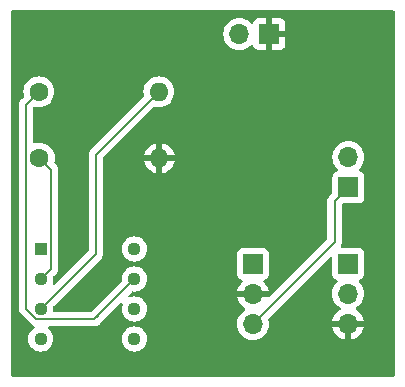
<source format=gbr>
%TF.GenerationSoftware,KiCad,Pcbnew,8.0.8*%
%TF.CreationDate,2025-02-27T22:52:23-05:00*%
%TF.ProjectId,CurrentDriverBoard,43757272-656e-4744-9472-69766572426f,rev?*%
%TF.SameCoordinates,Original*%
%TF.FileFunction,Copper,L2,Bot*%
%TF.FilePolarity,Positive*%
%FSLAX46Y46*%
G04 Gerber Fmt 4.6, Leading zero omitted, Abs format (unit mm)*
G04 Created by KiCad (PCBNEW 8.0.8) date 2025-02-27 22:52:23*
%MOMM*%
%LPD*%
G01*
G04 APERTURE LIST*
%TA.AperFunction,ComponentPad*%
%ADD10R,1.700000X1.700000*%
%TD*%
%TA.AperFunction,ComponentPad*%
%ADD11O,1.700000X1.700000*%
%TD*%
%TA.AperFunction,ComponentPad*%
%ADD12C,1.600000*%
%TD*%
%TA.AperFunction,ComponentPad*%
%ADD13O,1.600000X1.600000*%
%TD*%
%TA.AperFunction,ComponentPad*%
%ADD14R,1.130000X1.130000*%
%TD*%
%TA.AperFunction,ComponentPad*%
%ADD15C,1.130000*%
%TD*%
%TA.AperFunction,Conductor*%
%ADD16C,0.200000*%
%TD*%
G04 APERTURE END LIST*
D10*
%TO.P,J1,1,Pin_1*%
%TO.N,Net-(J1-Pin_1)*%
X156000000Y-84960000D03*
D11*
%TO.P,J1,2,Pin_2*%
%TO.N,Earth*%
X156000000Y-87500000D03*
%TO.P,J1,3,Pin_3*%
%TO.N,Net-(J1-Pin_3)*%
X156000000Y-90040000D03*
%TD*%
D12*
%TO.P,R1,1*%
%TO.N,Net-(J2-Pin_1)*%
X137871200Y-70383400D03*
D13*
%TO.P,R1,2*%
%TO.N,Net-(J3-Pin_2)*%
X148031200Y-70383400D03*
%TD*%
D12*
%TO.P,R2,1*%
%TO.N,Net-(J4-Pin_2)*%
X137920000Y-76000000D03*
D13*
%TO.P,R2,2*%
%TO.N,Earth*%
X148080000Y-76000000D03*
%TD*%
D10*
%TO.P,J4,1,Pin_1*%
%TO.N,Net-(J1-Pin_3)*%
X164084000Y-78465600D03*
D11*
%TO.P,J4,2,Pin_2*%
%TO.N,Net-(J4-Pin_2)*%
X164084000Y-75925600D03*
%TD*%
D10*
%TO.P,J2,1,Pin_1*%
%TO.N,Net-(J2-Pin_1)*%
X164058600Y-84937600D03*
D11*
%TO.P,J2,2,Pin_2*%
%TO.N,unconnected-(J2-Pin_2-Pad2)*%
X164058600Y-87477600D03*
%TO.P,J2,3,Pin_3*%
%TO.N,Earth*%
X164058600Y-90017600D03*
%TD*%
D10*
%TO.P,J3,1,Pin_1*%
%TO.N,Earth*%
X157383400Y-65506600D03*
D11*
%TO.P,J3,2,Pin_2*%
%TO.N,Net-(J3-Pin_2)*%
X154843400Y-65506600D03*
%TD*%
D14*
%TO.P,U1,1,NULL*%
%TO.N,unconnected-(U1-NULL-Pad1)*%
X138030000Y-83690000D03*
D15*
%TO.P,U1,2,-*%
%TO.N,Net-(J4-Pin_2)*%
X138030000Y-86230000D03*
%TO.P,U1,3,+*%
%TO.N,Net-(J3-Pin_2)*%
X138030000Y-88770000D03*
%TO.P,U1,4,V-*%
%TO.N,unconnected-(U1-V--Pad4)*%
X138030000Y-91310000D03*
%TO.P,U1,5,NULL*%
%TO.N,unconnected-(U1-NULL-Pad5)*%
X145970000Y-91310000D03*
%TO.P,U1,6*%
%TO.N,Net-(J1-Pin_1)*%
X145970000Y-88770000D03*
%TO.P,U1,7,V+*%
%TO.N,Net-(J2-Pin_1)*%
X145970000Y-86230000D03*
%TO.P,U1,8,NC*%
%TO.N,unconnected-(U1-NC-Pad8)*%
X145970000Y-83690000D03*
%TD*%
D16*
%TO.N,Net-(J1-Pin_3)*%
X164084000Y-78465600D02*
X162908600Y-79641000D01*
X162908600Y-79641000D02*
X162908600Y-83131400D01*
X162908600Y-83131400D02*
X156000000Y-90040000D01*
%TO.N,Net-(J2-Pin_1)*%
X136784900Y-71469700D02*
X136784900Y-88748195D01*
X137671705Y-89635000D02*
X142565000Y-89635000D01*
X137871200Y-70383400D02*
X136784900Y-71469700D01*
X142565000Y-89635000D02*
X145970000Y-86230000D01*
X142565000Y-89635000D02*
X142858900Y-89341100D01*
X136784900Y-88748195D02*
X137671705Y-89635000D01*
%TO.N,Net-(J4-Pin_2)*%
X137920000Y-76000000D02*
X138904700Y-76984700D01*
X138904700Y-85355300D02*
X138030000Y-86230000D01*
X138904700Y-76984700D02*
X138904700Y-85355300D01*
%TO.N,Net-(J3-Pin_2)*%
X142697200Y-84102800D02*
X142697200Y-75717400D01*
X138030000Y-88770000D02*
X142697200Y-84102800D01*
X142697200Y-75717400D02*
X148031200Y-70383400D01*
%TD*%
%TA.AperFunction,Conductor*%
%TO.N,Earth*%
G36*
X167942539Y-63520185D02*
G01*
X167988294Y-63572989D01*
X167999500Y-63624500D01*
X167999500Y-94375500D01*
X167979815Y-94442539D01*
X167927011Y-94488294D01*
X167875500Y-94499500D01*
X135624500Y-94499500D01*
X135557461Y-94479815D01*
X135511706Y-94427011D01*
X135500500Y-94375500D01*
X135500500Y-88827249D01*
X136184398Y-88827249D01*
X136225323Y-88979981D01*
X136225324Y-88979982D01*
X136249847Y-89022457D01*
X136304380Y-89116911D01*
X136304382Y-89116913D01*
X136423249Y-89235780D01*
X136423254Y-89235784D01*
X137302989Y-90115520D01*
X137439921Y-90194577D01*
X137439923Y-90194577D01*
X137446953Y-90198636D01*
X137495169Y-90249203D01*
X137508393Y-90317810D01*
X137482425Y-90382675D01*
X137443410Y-90415381D01*
X137435178Y-90419781D01*
X137435174Y-90419783D01*
X137272932Y-90552932D01*
X137139783Y-90715174D01*
X137139779Y-90715181D01*
X137040844Y-90900276D01*
X136979917Y-91101123D01*
X136959345Y-91310000D01*
X136979917Y-91518876D01*
X137040844Y-91719723D01*
X137139779Y-91904818D01*
X137139783Y-91904825D01*
X137272932Y-92067067D01*
X137435174Y-92200216D01*
X137435181Y-92200220D01*
X137620276Y-92299155D01*
X137620278Y-92299156D01*
X137821126Y-92360083D01*
X138030000Y-92380655D01*
X138238874Y-92360083D01*
X138439722Y-92299156D01*
X138624824Y-92200217D01*
X138787067Y-92067067D01*
X138920217Y-91904824D01*
X139019156Y-91719722D01*
X139080083Y-91518874D01*
X139100655Y-91310000D01*
X144899345Y-91310000D01*
X144919917Y-91518876D01*
X144980844Y-91719723D01*
X145079779Y-91904818D01*
X145079783Y-91904825D01*
X145212932Y-92067067D01*
X145375174Y-92200216D01*
X145375181Y-92200220D01*
X145560276Y-92299155D01*
X145560278Y-92299156D01*
X145761126Y-92360083D01*
X145970000Y-92380655D01*
X146178874Y-92360083D01*
X146379722Y-92299156D01*
X146564824Y-92200217D01*
X146727067Y-92067067D01*
X146860217Y-91904824D01*
X146959156Y-91719722D01*
X147020083Y-91518874D01*
X147040655Y-91310000D01*
X147020083Y-91101126D01*
X146959156Y-90900278D01*
X146860217Y-90715176D01*
X146860216Y-90715174D01*
X146727067Y-90552932D01*
X146564825Y-90419783D01*
X146564818Y-90419779D01*
X146379723Y-90320844D01*
X146178876Y-90259917D01*
X145970000Y-90239345D01*
X145761123Y-90259917D01*
X145560276Y-90320844D01*
X145375181Y-90419779D01*
X145375174Y-90419783D01*
X145212932Y-90552932D01*
X145079783Y-90715174D01*
X145079779Y-90715181D01*
X144980844Y-90900276D01*
X144919917Y-91101123D01*
X144899345Y-91310000D01*
X139100655Y-91310000D01*
X139080083Y-91101126D01*
X139019156Y-90900278D01*
X138920217Y-90715176D01*
X138920216Y-90715174D01*
X138787067Y-90552932D01*
X138668167Y-90455353D01*
X138628833Y-90397607D01*
X138626962Y-90327762D01*
X138663150Y-90267994D01*
X138725906Y-90237279D01*
X138746832Y-90235500D01*
X142478331Y-90235500D01*
X142478347Y-90235501D01*
X142485943Y-90235501D01*
X142644054Y-90235501D01*
X142644057Y-90235501D01*
X142796785Y-90194577D01*
X142846904Y-90165639D01*
X142933716Y-90115520D01*
X143009237Y-90039999D01*
X154644341Y-90039999D01*
X154644341Y-90040000D01*
X154664936Y-90275403D01*
X154664938Y-90275413D01*
X154726094Y-90503655D01*
X154726096Y-90503659D01*
X154726097Y-90503663D01*
X154732596Y-90517600D01*
X154825965Y-90717830D01*
X154825967Y-90717834D01*
X154934281Y-90872521D01*
X154961505Y-90911401D01*
X155128599Y-91078495D01*
X155225384Y-91146265D01*
X155322165Y-91214032D01*
X155322167Y-91214033D01*
X155322170Y-91214035D01*
X155536337Y-91313903D01*
X155764592Y-91375063D01*
X155952918Y-91391539D01*
X155999999Y-91395659D01*
X156000000Y-91395659D01*
X156000001Y-91395659D01*
X156039234Y-91392226D01*
X156235408Y-91375063D01*
X156463663Y-91313903D01*
X156677830Y-91214035D01*
X156871401Y-91078495D01*
X157038495Y-90911401D01*
X157174035Y-90717830D01*
X157273903Y-90503663D01*
X157335063Y-90275408D01*
X157355659Y-90040000D01*
X157352484Y-90003716D01*
X157335063Y-89804596D01*
X157335063Y-89804592D01*
X157300671Y-89676239D01*
X157302334Y-89606393D01*
X157332763Y-89556470D01*
X162496421Y-84392812D01*
X162557742Y-84359329D01*
X162627434Y-84364313D01*
X162683367Y-84406185D01*
X162707784Y-84471649D01*
X162708100Y-84480495D01*
X162708100Y-85835470D01*
X162708101Y-85835476D01*
X162714508Y-85895083D01*
X162764802Y-86029928D01*
X162764806Y-86029935D01*
X162851052Y-86145144D01*
X162851055Y-86145147D01*
X162966264Y-86231393D01*
X162966271Y-86231397D01*
X163097681Y-86280410D01*
X163153615Y-86322281D01*
X163178032Y-86387745D01*
X163163180Y-86456018D01*
X163142030Y-86484273D01*
X163020103Y-86606200D01*
X162884565Y-86799769D01*
X162884564Y-86799771D01*
X162784698Y-87013935D01*
X162784694Y-87013944D01*
X162723538Y-87242186D01*
X162723536Y-87242196D01*
X162702941Y-87477599D01*
X162702941Y-87477600D01*
X162723536Y-87713003D01*
X162723538Y-87713013D01*
X162784694Y-87941255D01*
X162784696Y-87941259D01*
X162784697Y-87941263D01*
X162884565Y-88155430D01*
X162884567Y-88155434D01*
X163020101Y-88348995D01*
X163020106Y-88349002D01*
X163187197Y-88516093D01*
X163187203Y-88516098D01*
X163373194Y-88646330D01*
X163416819Y-88700907D01*
X163424013Y-88770405D01*
X163392490Y-88832760D01*
X163373195Y-88849480D01*
X163187522Y-88979490D01*
X163187520Y-88979491D01*
X163020491Y-89146520D01*
X163020486Y-89146526D01*
X162885000Y-89340020D01*
X162884999Y-89340022D01*
X162785170Y-89554107D01*
X162785167Y-89554113D01*
X162727964Y-89767599D01*
X162727964Y-89767600D01*
X163625588Y-89767600D01*
X163592675Y-89824607D01*
X163558600Y-89951774D01*
X163558600Y-90083426D01*
X163592675Y-90210593D01*
X163625588Y-90267600D01*
X162727964Y-90267600D01*
X162785167Y-90481086D01*
X162785170Y-90481092D01*
X162884999Y-90695178D01*
X163020494Y-90888682D01*
X163187517Y-91055705D01*
X163381021Y-91191200D01*
X163595107Y-91291029D01*
X163595116Y-91291033D01*
X163808600Y-91348234D01*
X163808600Y-90450612D01*
X163865607Y-90483525D01*
X163992774Y-90517600D01*
X164124426Y-90517600D01*
X164251593Y-90483525D01*
X164308600Y-90450612D01*
X164308600Y-91348233D01*
X164522083Y-91291033D01*
X164522092Y-91291029D01*
X164736178Y-91191200D01*
X164929682Y-91055705D01*
X165096705Y-90888682D01*
X165232200Y-90695178D01*
X165332029Y-90481092D01*
X165332032Y-90481086D01*
X165389236Y-90267600D01*
X164491612Y-90267600D01*
X164524525Y-90210593D01*
X164558600Y-90083426D01*
X164558600Y-89951774D01*
X164524525Y-89824607D01*
X164491612Y-89767600D01*
X165389236Y-89767600D01*
X165389235Y-89767599D01*
X165332032Y-89554113D01*
X165332029Y-89554107D01*
X165232200Y-89340022D01*
X165232199Y-89340020D01*
X165096713Y-89146526D01*
X165096708Y-89146520D01*
X164929678Y-88979490D01*
X164744005Y-88849479D01*
X164700380Y-88794902D01*
X164693188Y-88725404D01*
X164724710Y-88663049D01*
X164744006Y-88646330D01*
X164898567Y-88538105D01*
X164930001Y-88516095D01*
X165097095Y-88349001D01*
X165232635Y-88155430D01*
X165332503Y-87941263D01*
X165393663Y-87713008D01*
X165414259Y-87477600D01*
X165393663Y-87242192D01*
X165332503Y-87013937D01*
X165232635Y-86799771D01*
X165192286Y-86742147D01*
X165097096Y-86606200D01*
X165075881Y-86584985D01*
X164975167Y-86484271D01*
X164941684Y-86422951D01*
X164946668Y-86353259D01*
X164988539Y-86297325D01*
X165019515Y-86280410D01*
X165150931Y-86231396D01*
X165266146Y-86145146D01*
X165352396Y-86029931D01*
X165402691Y-85895083D01*
X165409100Y-85835473D01*
X165409099Y-84039728D01*
X165402691Y-83980117D01*
X165372389Y-83898874D01*
X165352397Y-83845271D01*
X165352393Y-83845264D01*
X165266147Y-83730055D01*
X165266144Y-83730052D01*
X165150935Y-83643806D01*
X165150928Y-83643802D01*
X165016082Y-83593508D01*
X165016083Y-83593508D01*
X164956483Y-83587101D01*
X164956481Y-83587100D01*
X164956473Y-83587100D01*
X164956465Y-83587100D01*
X163553672Y-83587100D01*
X163486633Y-83567415D01*
X163440878Y-83514611D01*
X163430934Y-83445453D01*
X163446285Y-83401100D01*
X163468177Y-83363185D01*
X163509101Y-83210457D01*
X163509101Y-83052343D01*
X163509101Y-83044748D01*
X163509100Y-83044730D01*
X163509100Y-79941097D01*
X163528785Y-79874058D01*
X163545419Y-79853416D01*
X163546417Y-79852418D01*
X163607740Y-79818933D01*
X163634098Y-79816099D01*
X164981871Y-79816099D01*
X164981872Y-79816099D01*
X165041483Y-79809691D01*
X165176331Y-79759396D01*
X165291546Y-79673146D01*
X165377796Y-79557931D01*
X165428091Y-79423083D01*
X165434500Y-79363473D01*
X165434499Y-77567728D01*
X165428091Y-77508117D01*
X165377796Y-77373269D01*
X165377795Y-77373268D01*
X165377793Y-77373264D01*
X165291547Y-77258055D01*
X165291544Y-77258052D01*
X165176335Y-77171806D01*
X165176328Y-77171802D01*
X165044917Y-77122789D01*
X164988983Y-77080918D01*
X164964566Y-77015453D01*
X164979418Y-76947180D01*
X165000563Y-76918932D01*
X165122495Y-76797001D01*
X165258035Y-76603430D01*
X165357903Y-76389263D01*
X165419063Y-76161008D01*
X165439659Y-75925600D01*
X165419063Y-75690192D01*
X165357903Y-75461937D01*
X165258035Y-75247771D01*
X165197181Y-75160861D01*
X165122494Y-75054197D01*
X164955402Y-74887106D01*
X164955395Y-74887101D01*
X164761834Y-74751567D01*
X164761830Y-74751565D01*
X164761828Y-74751564D01*
X164547663Y-74651697D01*
X164547659Y-74651696D01*
X164547655Y-74651694D01*
X164319413Y-74590538D01*
X164319403Y-74590536D01*
X164084001Y-74569941D01*
X164083999Y-74569941D01*
X163848596Y-74590536D01*
X163848586Y-74590538D01*
X163620344Y-74651694D01*
X163620335Y-74651698D01*
X163406171Y-74751564D01*
X163406169Y-74751565D01*
X163212597Y-74887105D01*
X163045505Y-75054197D01*
X162909965Y-75247769D01*
X162909964Y-75247771D01*
X162810098Y-75461935D01*
X162810094Y-75461944D01*
X162748938Y-75690186D01*
X162748936Y-75690196D01*
X162728341Y-75925599D01*
X162728341Y-75925600D01*
X162748936Y-76161003D01*
X162748938Y-76161013D01*
X162810094Y-76389255D01*
X162810096Y-76389259D01*
X162810097Y-76389263D01*
X162863683Y-76504178D01*
X162909965Y-76603430D01*
X162909967Y-76603434D01*
X162944488Y-76652734D01*
X163045501Y-76796996D01*
X163045506Y-76797002D01*
X163167430Y-76918926D01*
X163200915Y-76980249D01*
X163195931Y-77049941D01*
X163154059Y-77105874D01*
X163123083Y-77122789D01*
X162991669Y-77171803D01*
X162991664Y-77171806D01*
X162876455Y-77258052D01*
X162876452Y-77258055D01*
X162790206Y-77373264D01*
X162790202Y-77373271D01*
X162739908Y-77508117D01*
X162733501Y-77567716D01*
X162733501Y-77567723D01*
X162733500Y-77567735D01*
X162733500Y-78915501D01*
X162713815Y-78982540D01*
X162697185Y-79003177D01*
X162539886Y-79160478D01*
X162428081Y-79272282D01*
X162428079Y-79272285D01*
X162377961Y-79359094D01*
X162377959Y-79359096D01*
X162349025Y-79409209D01*
X162349024Y-79409210D01*
X162349023Y-79409215D01*
X162308099Y-79561943D01*
X162308099Y-79561945D01*
X162308099Y-79730046D01*
X162308100Y-79730059D01*
X162308100Y-82831302D01*
X162288415Y-82898341D01*
X162271781Y-82918983D01*
X157477082Y-87713681D01*
X157415759Y-87747166D01*
X157389401Y-87750000D01*
X156433012Y-87750000D01*
X156465925Y-87692993D01*
X156500000Y-87565826D01*
X156500000Y-87434174D01*
X156465925Y-87307007D01*
X156433012Y-87250000D01*
X157330636Y-87250000D01*
X157330635Y-87249999D01*
X157273432Y-87036513D01*
X157273429Y-87036507D01*
X157173600Y-86822422D01*
X157173599Y-86822420D01*
X157038113Y-86628926D01*
X157038108Y-86628920D01*
X156916053Y-86506865D01*
X156882568Y-86445542D01*
X156887552Y-86375850D01*
X156929424Y-86319917D01*
X156960400Y-86303002D01*
X157092331Y-86253796D01*
X157207546Y-86167546D01*
X157293796Y-86052331D01*
X157344091Y-85917483D01*
X157350500Y-85857873D01*
X157350499Y-84062128D01*
X157344091Y-84002517D01*
X157335736Y-83980117D01*
X157293797Y-83867671D01*
X157293793Y-83867664D01*
X157207547Y-83752455D01*
X157207544Y-83752452D01*
X157092335Y-83666206D01*
X157092328Y-83666202D01*
X156957482Y-83615908D01*
X156957483Y-83615908D01*
X156897883Y-83609501D01*
X156897881Y-83609500D01*
X156897873Y-83609500D01*
X156897864Y-83609500D01*
X155102129Y-83609500D01*
X155102123Y-83609501D01*
X155042516Y-83615908D01*
X154907671Y-83666202D01*
X154907664Y-83666206D01*
X154792455Y-83752452D01*
X154792452Y-83752455D01*
X154706206Y-83867664D01*
X154706202Y-83867671D01*
X154655908Y-84002517D01*
X154651908Y-84039728D01*
X154649501Y-84062123D01*
X154649500Y-84062135D01*
X154649500Y-85857870D01*
X154649501Y-85857876D01*
X154655908Y-85917483D01*
X154706202Y-86052328D01*
X154706206Y-86052335D01*
X154792452Y-86167544D01*
X154792455Y-86167547D01*
X154907664Y-86253793D01*
X154907671Y-86253797D01*
X154907674Y-86253798D01*
X155039598Y-86303002D01*
X155095531Y-86344873D01*
X155119949Y-86410337D01*
X155105098Y-86478610D01*
X155083947Y-86506865D01*
X154961886Y-86628926D01*
X154826400Y-86822420D01*
X154826399Y-86822422D01*
X154726570Y-87036507D01*
X154726567Y-87036513D01*
X154669364Y-87249999D01*
X154669364Y-87250000D01*
X155566988Y-87250000D01*
X155534075Y-87307007D01*
X155500000Y-87434174D01*
X155500000Y-87565826D01*
X155534075Y-87692993D01*
X155566988Y-87750000D01*
X154669364Y-87750000D01*
X154726567Y-87963486D01*
X154726570Y-87963492D01*
X154826399Y-88177578D01*
X154961894Y-88371082D01*
X155128917Y-88538105D01*
X155314595Y-88668119D01*
X155358219Y-88722696D01*
X155365412Y-88792195D01*
X155333890Y-88854549D01*
X155314595Y-88871269D01*
X155128594Y-89001508D01*
X154961505Y-89168597D01*
X154825965Y-89362169D01*
X154825964Y-89362171D01*
X154726098Y-89576335D01*
X154726094Y-89576344D01*
X154664938Y-89804586D01*
X154664936Y-89804596D01*
X154644341Y-90039999D01*
X143009237Y-90039999D01*
X143045520Y-90003716D01*
X143045521Y-90003713D01*
X143339419Y-89709816D01*
X144757899Y-88291334D01*
X144819222Y-88257850D01*
X144888914Y-88262834D01*
X144944847Y-88304706D01*
X144969264Y-88370170D01*
X144964241Y-88415012D01*
X144919916Y-88561128D01*
X144899345Y-88770000D01*
X144919917Y-88978876D01*
X144980844Y-89179723D01*
X145079779Y-89364818D01*
X145079783Y-89364825D01*
X145212932Y-89527067D01*
X145375174Y-89660216D01*
X145375181Y-89660220D01*
X145467967Y-89709815D01*
X145560278Y-89759156D01*
X145761126Y-89820083D01*
X145970000Y-89840655D01*
X146178874Y-89820083D01*
X146379722Y-89759156D01*
X146564824Y-89660217D01*
X146727067Y-89527067D01*
X146860217Y-89364824D01*
X146959156Y-89179722D01*
X147020083Y-88978874D01*
X147040655Y-88770000D01*
X147020083Y-88561126D01*
X146959156Y-88360278D01*
X146860217Y-88175176D01*
X146860216Y-88175174D01*
X146727067Y-88012932D01*
X146564825Y-87879783D01*
X146564818Y-87879779D01*
X146379723Y-87780844D01*
X146178876Y-87719917D01*
X145970000Y-87699345D01*
X145761127Y-87719916D01*
X145615010Y-87764241D01*
X145545143Y-87764864D01*
X145486031Y-87727616D01*
X145456440Y-87664322D01*
X145465765Y-87595077D01*
X145491331Y-87557902D01*
X145726963Y-87322270D01*
X145788284Y-87288787D01*
X145826793Y-87286550D01*
X145970000Y-87300655D01*
X146178874Y-87280083D01*
X146379722Y-87219156D01*
X146564824Y-87120217D01*
X146727067Y-86987067D01*
X146860217Y-86824824D01*
X146959156Y-86639722D01*
X147020083Y-86438874D01*
X147040655Y-86230000D01*
X147020083Y-86021126D01*
X146959156Y-85820278D01*
X146860217Y-85635176D01*
X146860216Y-85635174D01*
X146727067Y-85472932D01*
X146564825Y-85339783D01*
X146564818Y-85339779D01*
X146379723Y-85240844D01*
X146178876Y-85179917D01*
X145970000Y-85159345D01*
X145761123Y-85179917D01*
X145560276Y-85240844D01*
X145375181Y-85339779D01*
X145375174Y-85339783D01*
X145212932Y-85472932D01*
X145079783Y-85635174D01*
X145079779Y-85635181D01*
X144980844Y-85820276D01*
X144919917Y-86021123D01*
X144899345Y-86230000D01*
X144913448Y-86373203D01*
X144900429Y-86441849D01*
X144877726Y-86473037D01*
X142490184Y-88860581D01*
X142352584Y-88998181D01*
X142291261Y-89031666D01*
X142264903Y-89034500D01*
X139211417Y-89034500D01*
X139144378Y-89014815D01*
X139098623Y-88962011D01*
X139088014Y-88898346D01*
X139091203Y-88865965D01*
X139100655Y-88770000D01*
X139086550Y-88626795D01*
X139099569Y-88558150D01*
X139122269Y-88526964D01*
X143177720Y-84471516D01*
X143256777Y-84334584D01*
X143297701Y-84181857D01*
X143297701Y-84023742D01*
X143297701Y-84016147D01*
X143297700Y-84016129D01*
X143297700Y-83690000D01*
X144899345Y-83690000D01*
X144919917Y-83898876D01*
X144980844Y-84099723D01*
X145079779Y-84284818D01*
X145079783Y-84284825D01*
X145212932Y-84447067D01*
X145375174Y-84580216D01*
X145375181Y-84580220D01*
X145560276Y-84679155D01*
X145560278Y-84679156D01*
X145761126Y-84740083D01*
X145970000Y-84760655D01*
X146178874Y-84740083D01*
X146379722Y-84679156D01*
X146564824Y-84580217D01*
X146727067Y-84447067D01*
X146860217Y-84284824D01*
X146959156Y-84099722D01*
X147020083Y-83898874D01*
X147040655Y-83690000D01*
X147020083Y-83481126D01*
X146959156Y-83280278D01*
X146860217Y-83095176D01*
X146860216Y-83095174D01*
X146727067Y-82932932D01*
X146564825Y-82799783D01*
X146564818Y-82799779D01*
X146379723Y-82700844D01*
X146178876Y-82639917D01*
X145970000Y-82619345D01*
X145761123Y-82639917D01*
X145560276Y-82700844D01*
X145375181Y-82799779D01*
X145375174Y-82799783D01*
X145212932Y-82932932D01*
X145079783Y-83095174D01*
X145079779Y-83095181D01*
X144980844Y-83280276D01*
X144919917Y-83481123D01*
X144899345Y-83690000D01*
X143297700Y-83690000D01*
X143297700Y-76017496D01*
X143317385Y-75950457D01*
X143334014Y-75929820D01*
X143513835Y-75749999D01*
X146801127Y-75749999D01*
X146801128Y-75750000D01*
X147764314Y-75750000D01*
X147759920Y-75754394D01*
X147707259Y-75845606D01*
X147680000Y-75947339D01*
X147680000Y-76052661D01*
X147707259Y-76154394D01*
X147759920Y-76245606D01*
X147764314Y-76250000D01*
X146801128Y-76250000D01*
X146853730Y-76446317D01*
X146853734Y-76446326D01*
X146949865Y-76652482D01*
X147080342Y-76838820D01*
X147241179Y-76999657D01*
X147427517Y-77130134D01*
X147633673Y-77226265D01*
X147633682Y-77226269D01*
X147829999Y-77278872D01*
X147830000Y-77278871D01*
X147830000Y-76315686D01*
X147834394Y-76320080D01*
X147925606Y-76372741D01*
X148027339Y-76400000D01*
X148132661Y-76400000D01*
X148234394Y-76372741D01*
X148325606Y-76320080D01*
X148330000Y-76315686D01*
X148330000Y-77278872D01*
X148526317Y-77226269D01*
X148526326Y-77226265D01*
X148732482Y-77130134D01*
X148918820Y-76999657D01*
X149079657Y-76838820D01*
X149210134Y-76652482D01*
X149306265Y-76446326D01*
X149306269Y-76446317D01*
X149358872Y-76250000D01*
X148395686Y-76250000D01*
X148400080Y-76245606D01*
X148452741Y-76154394D01*
X148480000Y-76052661D01*
X148480000Y-75947339D01*
X148452741Y-75845606D01*
X148400080Y-75754394D01*
X148395686Y-75750000D01*
X149358872Y-75750000D01*
X149358872Y-75749999D01*
X149306269Y-75553682D01*
X149306265Y-75553673D01*
X149210134Y-75347517D01*
X149079657Y-75161179D01*
X148918820Y-75000342D01*
X148732482Y-74869865D01*
X148526328Y-74773734D01*
X148330000Y-74721127D01*
X148330000Y-75684314D01*
X148325606Y-75679920D01*
X148234394Y-75627259D01*
X148132661Y-75600000D01*
X148027339Y-75600000D01*
X147925606Y-75627259D01*
X147834394Y-75679920D01*
X147830000Y-75684314D01*
X147830000Y-74721127D01*
X147633671Y-74773734D01*
X147427517Y-74869865D01*
X147241179Y-75000342D01*
X147080342Y-75161179D01*
X146949865Y-75347517D01*
X146853734Y-75553673D01*
X146853730Y-75553682D01*
X146801127Y-75749999D01*
X143513835Y-75749999D01*
X147588494Y-71675339D01*
X147649815Y-71641856D01*
X147708266Y-71643247D01*
X147727804Y-71648482D01*
X147804508Y-71669035D01*
X147966430Y-71683201D01*
X148031198Y-71688868D01*
X148031200Y-71688868D01*
X148031202Y-71688868D01*
X148087873Y-71683909D01*
X148257892Y-71669035D01*
X148477696Y-71610139D01*
X148683934Y-71513968D01*
X148870339Y-71383447D01*
X149031247Y-71222539D01*
X149161768Y-71036134D01*
X149257939Y-70829896D01*
X149316835Y-70610092D01*
X149336668Y-70383400D01*
X149316835Y-70156708D01*
X149257939Y-69936904D01*
X149161768Y-69730666D01*
X149031247Y-69544261D01*
X149031245Y-69544258D01*
X148870341Y-69383354D01*
X148683934Y-69252832D01*
X148683932Y-69252831D01*
X148477697Y-69156661D01*
X148477688Y-69156658D01*
X148257897Y-69097766D01*
X148257893Y-69097765D01*
X148257892Y-69097765D01*
X148257891Y-69097764D01*
X148257886Y-69097764D01*
X148031202Y-69077932D01*
X148031198Y-69077932D01*
X147804513Y-69097764D01*
X147804502Y-69097766D01*
X147584711Y-69156658D01*
X147584702Y-69156661D01*
X147378467Y-69252831D01*
X147378465Y-69252832D01*
X147192058Y-69383354D01*
X147031154Y-69544258D01*
X146900632Y-69730665D01*
X146900631Y-69730667D01*
X146804461Y-69936902D01*
X146804458Y-69936911D01*
X146745566Y-70156702D01*
X146745564Y-70156713D01*
X146725732Y-70383398D01*
X146725732Y-70383401D01*
X146745564Y-70610086D01*
X146745566Y-70610097D01*
X146771352Y-70706331D01*
X146769689Y-70776181D01*
X146739258Y-70826105D01*
X142328486Y-75236878D01*
X142216681Y-75348682D01*
X142216675Y-75348690D01*
X142172062Y-75425964D01*
X142172062Y-75425965D01*
X142137623Y-75485615D01*
X142096699Y-75638343D01*
X142096699Y-75638345D01*
X142096699Y-75806446D01*
X142096700Y-75806459D01*
X142096700Y-83802702D01*
X142077015Y-83869741D01*
X142060381Y-83890383D01*
X139242101Y-86708662D01*
X139180778Y-86742147D01*
X139111086Y-86737163D01*
X139055153Y-86695291D01*
X139030736Y-86629827D01*
X139035760Y-86584985D01*
X139080083Y-86438874D01*
X139100655Y-86230000D01*
X139086550Y-86086796D01*
X139099569Y-86018152D01*
X139122266Y-85986968D01*
X139385220Y-85724016D01*
X139464277Y-85587084D01*
X139505201Y-85434357D01*
X139505201Y-85276242D01*
X139505201Y-85268647D01*
X139505200Y-85268629D01*
X139505200Y-76905645D01*
X139505200Y-76905643D01*
X139464277Y-76752916D01*
X139464277Y-76752915D01*
X139406437Y-76652734D01*
X139385220Y-76615984D01*
X139273416Y-76504180D01*
X139273415Y-76504179D01*
X139269085Y-76499849D01*
X139269074Y-76499839D01*
X139211941Y-76442706D01*
X139178456Y-76381383D01*
X139179847Y-76322931D01*
X139180611Y-76320080D01*
X139205635Y-76226692D01*
X139225468Y-76000000D01*
X139205635Y-75773308D01*
X139146739Y-75553504D01*
X139050568Y-75347266D01*
X138920047Y-75160861D01*
X138920045Y-75160858D01*
X138759141Y-74999954D01*
X138572734Y-74869432D01*
X138572732Y-74869431D01*
X138366497Y-74773261D01*
X138366488Y-74773258D01*
X138146697Y-74714366D01*
X138146693Y-74714365D01*
X138146692Y-74714365D01*
X138146691Y-74714364D01*
X138146686Y-74714364D01*
X137920002Y-74694532D01*
X137919998Y-74694532D01*
X137693313Y-74714364D01*
X137693302Y-74714366D01*
X137541493Y-74755043D01*
X137471643Y-74753380D01*
X137413781Y-74714217D01*
X137386277Y-74649989D01*
X137385400Y-74635268D01*
X137385400Y-71769797D01*
X137405085Y-71702758D01*
X137421719Y-71682116D01*
X137428494Y-71675341D01*
X137489817Y-71641856D01*
X137548266Y-71643246D01*
X137644508Y-71669035D01*
X137806430Y-71683201D01*
X137871198Y-71688868D01*
X137871200Y-71688868D01*
X137871202Y-71688868D01*
X137927873Y-71683909D01*
X138097892Y-71669035D01*
X138317696Y-71610139D01*
X138523934Y-71513968D01*
X138710339Y-71383447D01*
X138871247Y-71222539D01*
X139001768Y-71036134D01*
X139097939Y-70829896D01*
X139156835Y-70610092D01*
X139176668Y-70383400D01*
X139156835Y-70156708D01*
X139097939Y-69936904D01*
X139001768Y-69730666D01*
X138871247Y-69544261D01*
X138871245Y-69544258D01*
X138710341Y-69383354D01*
X138523934Y-69252832D01*
X138523932Y-69252831D01*
X138317697Y-69156661D01*
X138317688Y-69156658D01*
X138097897Y-69097766D01*
X138097893Y-69097765D01*
X138097892Y-69097765D01*
X138097891Y-69097764D01*
X138097886Y-69097764D01*
X137871202Y-69077932D01*
X137871198Y-69077932D01*
X137644513Y-69097764D01*
X137644502Y-69097766D01*
X137424711Y-69156658D01*
X137424702Y-69156661D01*
X137218467Y-69252831D01*
X137218465Y-69252832D01*
X137032058Y-69383354D01*
X136871154Y-69544258D01*
X136740632Y-69730665D01*
X136740631Y-69730667D01*
X136644461Y-69936902D01*
X136644458Y-69936911D01*
X136585566Y-70156702D01*
X136585564Y-70156713D01*
X136565732Y-70383398D01*
X136565732Y-70383401D01*
X136585564Y-70610086D01*
X136585566Y-70610097D01*
X136611352Y-70706331D01*
X136609689Y-70776181D01*
X136579259Y-70826105D01*
X136416186Y-70989178D01*
X136304381Y-71100982D01*
X136304377Y-71100987D01*
X136257945Y-71181412D01*
X136257944Y-71181411D01*
X136225324Y-71237911D01*
X136225323Y-71237915D01*
X136184399Y-71390643D01*
X136184399Y-71390645D01*
X136184399Y-71558746D01*
X136184400Y-71558759D01*
X136184400Y-88661525D01*
X136184399Y-88661543D01*
X136184399Y-88827249D01*
X136184398Y-88827249D01*
X135500500Y-88827249D01*
X135500500Y-65506599D01*
X153487741Y-65506599D01*
X153487741Y-65506600D01*
X153508336Y-65742003D01*
X153508338Y-65742013D01*
X153569494Y-65970255D01*
X153569496Y-65970259D01*
X153569497Y-65970263D01*
X153669365Y-66184430D01*
X153669367Y-66184434D01*
X153777681Y-66339121D01*
X153804905Y-66378001D01*
X153971999Y-66545095D01*
X154048535Y-66598686D01*
X154165565Y-66680632D01*
X154165567Y-66680633D01*
X154165570Y-66680635D01*
X154379737Y-66780503D01*
X154607992Y-66841663D01*
X154778719Y-66856600D01*
X154843399Y-66862259D01*
X154843400Y-66862259D01*
X154843401Y-66862259D01*
X154908081Y-66856600D01*
X155078808Y-66841663D01*
X155307063Y-66780503D01*
X155521230Y-66680635D01*
X155714801Y-66545095D01*
X155837117Y-66422778D01*
X155898436Y-66389296D01*
X155968128Y-66394280D01*
X156024062Y-66436151D01*
X156040977Y-66467128D01*
X156090046Y-66598688D01*
X156090049Y-66598693D01*
X156176209Y-66713787D01*
X156176212Y-66713790D01*
X156291306Y-66799950D01*
X156291313Y-66799954D01*
X156426020Y-66850196D01*
X156426027Y-66850198D01*
X156485555Y-66856599D01*
X156485572Y-66856600D01*
X157133400Y-66856600D01*
X157133400Y-65939612D01*
X157190407Y-65972525D01*
X157317574Y-66006600D01*
X157449226Y-66006600D01*
X157576393Y-65972525D01*
X157633400Y-65939612D01*
X157633400Y-66856600D01*
X158281228Y-66856600D01*
X158281244Y-66856599D01*
X158340772Y-66850198D01*
X158340779Y-66850196D01*
X158475486Y-66799954D01*
X158475493Y-66799950D01*
X158590587Y-66713790D01*
X158590590Y-66713787D01*
X158676750Y-66598693D01*
X158676754Y-66598686D01*
X158726996Y-66463979D01*
X158726998Y-66463972D01*
X158733399Y-66404444D01*
X158733400Y-66404427D01*
X158733400Y-65756600D01*
X157816412Y-65756600D01*
X157849325Y-65699593D01*
X157883400Y-65572426D01*
X157883400Y-65440774D01*
X157849325Y-65313607D01*
X157816412Y-65256600D01*
X158733400Y-65256600D01*
X158733400Y-64608772D01*
X158733399Y-64608755D01*
X158726998Y-64549227D01*
X158726996Y-64549220D01*
X158676754Y-64414513D01*
X158676750Y-64414506D01*
X158590590Y-64299412D01*
X158590587Y-64299409D01*
X158475493Y-64213249D01*
X158475486Y-64213245D01*
X158340779Y-64163003D01*
X158340772Y-64163001D01*
X158281244Y-64156600D01*
X157633400Y-64156600D01*
X157633400Y-65073588D01*
X157576393Y-65040675D01*
X157449226Y-65006600D01*
X157317574Y-65006600D01*
X157190407Y-65040675D01*
X157133400Y-65073588D01*
X157133400Y-64156600D01*
X156485555Y-64156600D01*
X156426027Y-64163001D01*
X156426020Y-64163003D01*
X156291313Y-64213245D01*
X156291306Y-64213249D01*
X156176212Y-64299409D01*
X156176209Y-64299412D01*
X156090049Y-64414506D01*
X156090045Y-64414513D01*
X156040978Y-64546070D01*
X155999107Y-64602004D01*
X155933642Y-64626421D01*
X155865369Y-64611569D01*
X155837115Y-64590419D01*
X155792766Y-64546070D01*
X155714801Y-64468105D01*
X155714797Y-64468102D01*
X155714796Y-64468101D01*
X155521234Y-64332567D01*
X155521230Y-64332565D01*
X155450127Y-64299409D01*
X155307063Y-64232697D01*
X155307059Y-64232696D01*
X155307055Y-64232694D01*
X155078813Y-64171538D01*
X155078803Y-64171536D01*
X154843401Y-64150941D01*
X154843399Y-64150941D01*
X154607996Y-64171536D01*
X154607986Y-64171538D01*
X154379744Y-64232694D01*
X154379735Y-64232698D01*
X154165571Y-64332564D01*
X154165569Y-64332565D01*
X153971997Y-64468105D01*
X153804905Y-64635197D01*
X153669365Y-64828769D01*
X153669364Y-64828771D01*
X153569498Y-65042935D01*
X153569494Y-65042944D01*
X153508338Y-65271186D01*
X153508336Y-65271196D01*
X153487741Y-65506599D01*
X135500500Y-65506599D01*
X135500500Y-63624500D01*
X135520185Y-63557461D01*
X135572989Y-63511706D01*
X135624500Y-63500500D01*
X167875500Y-63500500D01*
X167942539Y-63520185D01*
G37*
%TD.AperFunction*%
%TD*%
M02*

</source>
